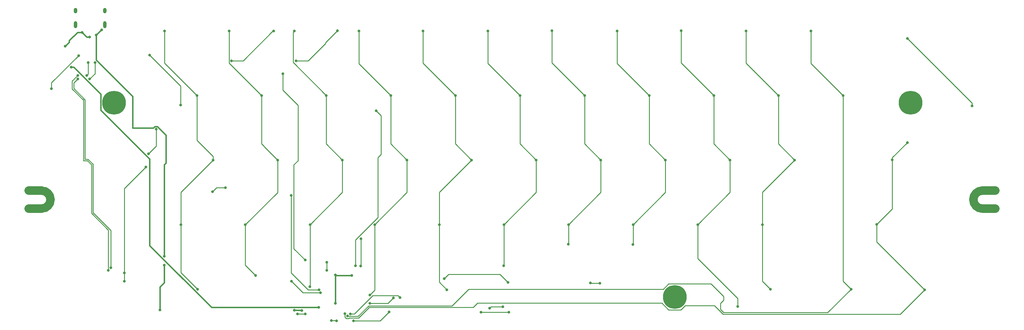
<source format=gbr>
%TF.GenerationSoftware,KiCad,Pcbnew,(5.1.10)-1*%
%TF.CreationDate,2021-07-03T15:19:39+09:00*%
%TF.ProjectId,pcb,7063622e-6b69-4636-9164-5f7063625858,rev?*%
%TF.SameCoordinates,Original*%
%TF.FileFunction,Copper,L1,Top*%
%TF.FilePolarity,Positive*%
%FSLAX46Y46*%
G04 Gerber Fmt 4.6, Leading zero omitted, Abs format (unit mm)*
G04 Created by KiCad (PCBNEW (5.1.10)-1) date 2021-07-03 15:19:39*
%MOMM*%
%LPD*%
G01*
G04 APERTURE LIST*
%TA.AperFunction,EtchedComponent*%
%ADD10C,2.501900*%
%TD*%
%TA.AperFunction,ComponentPad*%
%ADD11C,1.000000*%
%TD*%
%TA.AperFunction,ComponentPad*%
%ADD12C,7.000240*%
%TD*%
%TA.AperFunction,ComponentPad*%
%ADD13C,7.001300*%
%TD*%
%TA.AperFunction,ComponentPad*%
%ADD14O,1.000000X2.100000*%
%TD*%
%TA.AperFunction,ComponentPad*%
%ADD15O,1.000000X1.600000*%
%TD*%
%TA.AperFunction,ViaPad*%
%ADD16C,0.800000*%
%TD*%
%TA.AperFunction,Conductor*%
%ADD17C,0.381000*%
%TD*%
%TA.AperFunction,Conductor*%
%ADD18C,0.250000*%
%TD*%
G04 APERTURE END LIST*
D10*
%TO.C,REF\u002A\u002A*%
X305451000Y-77923050D02*
X309251000Y-77923050D01*
X305451000Y-83224950D02*
X309301000Y-83224950D01*
X24251000Y-83224950D02*
X28051000Y-83224950D01*
X24251000Y-77923050D02*
X28051000Y-77923050D01*
X28051000Y-83224950D02*
G75*
G03*
X30701950Y-80574000I0J2650950D01*
G01*
X30701950Y-80574000D02*
G75*
G03*
X28051000Y-77923050I-2650950J0D01*
G01*
X302800050Y-80574000D02*
G75*
G02*
X305451000Y-77923050I2650950J0D01*
G01*
X305451000Y-83224950D02*
G75*
G02*
X302800050Y-80574000I0J2650950D01*
G01*
%TD*%
D11*
%TO.P,REF\u002A\u002A,1*%
%TO.N,N/C*%
X303612522Y-82412478D03*
X305451000Y-83174000D03*
X307493035Y-83174000D03*
X307493035Y-77974000D03*
X305451000Y-77974000D03*
X303612522Y-78735522D03*
X302851000Y-80574000D03*
X26008965Y-83174000D03*
X26008965Y-77974000D03*
X29889478Y-82412478D03*
X29889478Y-78735522D03*
X28051000Y-83174000D03*
X28051000Y-77974000D03*
X30651000Y-80574000D03*
X215951000Y-111574000D03*
X213551000Y-111574000D03*
X213551000Y-106974000D03*
X215951000Y-106974000D03*
X214751000Y-111574000D03*
X214751000Y-106974000D03*
X285501000Y-49657000D03*
X283101000Y-49674000D03*
X283101000Y-54274000D03*
X285501000Y-54274000D03*
X284301000Y-54274000D03*
X284301000Y-49674000D03*
X51077346Y-53600346D03*
X47824654Y-53600346D03*
X51077346Y-50347654D03*
X47824654Y-50347654D03*
X49451000Y-54274000D03*
X51751000Y-51974000D03*
X47151000Y-51974000D03*
X49451000Y-49674000D03*
D12*
X284301000Y-51974000D03*
X214751000Y-109274000D03*
D13*
X49451000Y-51974000D03*
%TD*%
D14*
%TO.P,USB1,13*%
%TO.N,GND*%
X38098000Y-29005000D03*
X46738000Y-29005000D03*
D15*
X38098000Y-24825000D03*
X46738000Y-24825000D03*
%TD*%
D16*
%TO.N,GND*%
X45768002Y-30463499D03*
X44164000Y-32013500D03*
X64235997Y-97308003D03*
X64262000Y-99949000D03*
X62992000Y-113157000D03*
X102597259Y-113201741D03*
X104775000Y-113284000D03*
%TO.N,+5V*%
X114712750Y-102806500D03*
X119538750Y-102933500D03*
X114680500Y-111156250D03*
X36830000Y-41475001D03*
X109759750Y-112392500D03*
%TO.N,row0*%
X99187000Y-43434000D03*
X105791000Y-98425000D03*
X112141000Y-99060000D03*
X112141000Y-101473000D03*
%TO.N,row1*%
X126713750Y-54323750D03*
X120650000Y-100106248D03*
%TO.N,row2*%
X101662500Y-79375000D03*
X109855000Y-107188000D03*
%TO.N,row3*%
X122237500Y-92137500D03*
X122174000Y-100203000D03*
%TO.N,Net-(D12-Pad2)*%
X82296000Y-77089000D03*
X78486000Y-78232000D03*
%TO.N,Net-(D15-Pad2)*%
X84074000Y-39624000D03*
X96520000Y-30861000D03*
%TO.N,Net-(D19-Pad2)*%
X115316000Y-30734000D03*
X103124000Y-39624000D03*
%TO.N,VCC*%
X42213999Y-32639000D03*
X40005000Y-31242000D03*
X35031161Y-35302147D03*
%TO.N,col0*%
X38989000Y-38100000D03*
X30988000Y-47879000D03*
X103505000Y-114300000D03*
X105791000Y-114300000D03*
X113478268Y-116276282D03*
X115025000Y-116332000D03*
%TO.N,col1*%
X59944000Y-37973000D03*
X69088000Y-52705000D03*
X61849000Y-59817000D03*
X59563000Y-67056000D03*
X58801000Y-70993000D03*
X52451000Y-104648000D03*
X52451000Y-102198000D03*
X101727000Y-104648000D03*
X110302214Y-108082429D03*
%TO.N,col2*%
X74041000Y-107061000D03*
X69115000Y-87947500D03*
X78640000Y-68897500D03*
X73877500Y-49847500D03*
X64352500Y-30797500D03*
%TO.N,col3*%
X88138000Y-88011000D03*
X97690000Y-68897500D03*
X92927500Y-49847500D03*
X83402500Y-30797500D03*
X91186000Y-102923000D03*
%TO.N,col4*%
X102616000Y-30861000D03*
X111977500Y-49847500D03*
X116740000Y-68897500D03*
X107215000Y-87947500D03*
X107188000Y-106262000D03*
%TO.N,col5*%
X121666000Y-30861000D03*
X131027500Y-49847500D03*
X135790000Y-68897500D03*
X126265000Y-87947500D03*
X124841000Y-108712000D03*
%TO.N,col6*%
X147574000Y-107188000D03*
X145315000Y-87947500D03*
X154840000Y-68897500D03*
X150077500Y-49847500D03*
X140552500Y-30797500D03*
%TO.N,col7*%
X159639000Y-30861000D03*
X169127500Y-49847500D03*
X173890000Y-68897500D03*
X164365000Y-87947500D03*
X164338000Y-100076000D03*
%TO.N,col8*%
X178562000Y-30734000D03*
X188177500Y-49847500D03*
X192940000Y-68897500D03*
X183415000Y-87947500D03*
X183388000Y-93726000D03*
X131826000Y-109601000D03*
X124841000Y-111215000D03*
%TO.N,col9*%
X197739000Y-30861000D03*
X207227500Y-49847500D03*
X211990000Y-68897500D03*
X202465000Y-87947500D03*
X202438000Y-93853000D03*
X164025153Y-112199847D03*
X160147000Y-112649000D03*
%TO.N,col10*%
X216662000Y-30734000D03*
X226277500Y-49847500D03*
X231040000Y-68897500D03*
X221515000Y-87947500D03*
X233303750Y-112077500D03*
X165862000Y-113792000D03*
X157607000Y-113792000D03*
X130497153Y-113723847D03*
X120015000Y-116332000D03*
%TO.N,col11*%
X242951000Y-107061000D03*
X240565000Y-87947500D03*
X250090000Y-68897500D03*
X245327500Y-49847500D03*
X235802500Y-30797500D03*
X192659000Y-105283000D03*
X189865000Y-105156000D03*
X165608000Y-105029000D03*
X146812000Y-103886000D03*
X133731000Y-109474000D03*
X119126000Y-114300000D03*
%TO.N,col12*%
X254889000Y-30861000D03*
X264377500Y-49847500D03*
X266758750Y-106997500D03*
X118237000Y-114935000D03*
%TO.N,col13*%
X288417000Y-107188000D03*
X274320000Y-87884000D03*
X278892000Y-68834000D03*
X283337000Y-63754000D03*
X302387000Y-52959000D03*
X283337000Y-33020000D03*
X117475000Y-114206252D03*
%TO.N,D-*%
X41783000Y-40132000D03*
X41402000Y-43942000D03*
X38735000Y-43942000D03*
X47752000Y-101473000D03*
%TO.N,D+*%
X48477000Y-100640949D03*
X38747651Y-44954654D03*
X42248689Y-45000311D03*
X43815000Y-40155500D03*
%TD*%
D17*
%TO.N,GND*%
X45714001Y-30463499D02*
X44164000Y-32013500D01*
X45768002Y-30463499D02*
X45714001Y-30463499D01*
X64755501Y-69804941D02*
X64235997Y-70324445D01*
X62228441Y-59026499D02*
X64755501Y-61553559D01*
X64755501Y-61553559D02*
X64755501Y-69804941D01*
X61469559Y-59026499D02*
X62228441Y-59026499D01*
X64235997Y-70324445D02*
X64235997Y-97308003D01*
X61058499Y-59437559D02*
X61469559Y-59026499D01*
X54891161Y-59437559D02*
X61058499Y-59437559D01*
X54891161Y-50092160D02*
X54891161Y-59437559D01*
X44164000Y-39364999D02*
X54891161Y-50092160D01*
X44164000Y-32013500D02*
X44164000Y-39364999D01*
X62992000Y-106334692D02*
X62992000Y-113157000D01*
X64262000Y-105064692D02*
X62992000Y-106334692D01*
X64262000Y-99949000D02*
X64262000Y-105064692D01*
X104692741Y-113201741D02*
X104775000Y-113284000D01*
X102597259Y-113201741D02*
X104692741Y-113201741D01*
%TO.N,+5V*%
X114839750Y-102933500D02*
X114712750Y-102806500D01*
X119538750Y-102933500D02*
X114839750Y-102933500D01*
X114712750Y-111124000D02*
X114680500Y-111156250D01*
X114712750Y-102806500D02*
X114712750Y-111124000D01*
X78202558Y-112392500D02*
X109759750Y-112392500D01*
X59942441Y-94132383D02*
X78202558Y-112392500D01*
X59942441Y-68605383D02*
X59942441Y-94132383D01*
X45559849Y-54222791D02*
X59942441Y-68605383D01*
X45559849Y-49429407D02*
X45559849Y-54222791D01*
X37605443Y-41475001D02*
X45559849Y-49429407D01*
X36830000Y-41475001D02*
X37605443Y-41475001D01*
D18*
%TO.N,row0*%
X102456099Y-95090099D02*
X105791000Y-98425000D01*
X102456099Y-70324427D02*
X102456099Y-95090099D01*
X103661927Y-69118599D02*
X102456099Y-70324427D01*
X103661927Y-52732929D02*
X103661927Y-69118599D01*
X99187000Y-48258002D02*
X103661927Y-52732929D01*
X99187000Y-43434000D02*
X99187000Y-48258002D01*
X112141000Y-99060000D02*
X112141000Y-100965000D01*
X112141000Y-100965000D02*
X112141000Y-101473000D01*
%TO.N,row1*%
X120650000Y-92489498D02*
X120650000Y-100106248D01*
X127241001Y-68182501D02*
X127241001Y-85898497D01*
X127241001Y-85898497D02*
X120650000Y-92489498D01*
X128190001Y-67233501D02*
X127241001Y-68182501D01*
X128190001Y-55800001D02*
X128190001Y-67233501D01*
X126713750Y-54323750D02*
X128190001Y-55800001D01*
%TO.N,row2*%
X106680328Y-107188000D02*
X109855000Y-107188000D01*
X101662500Y-102170172D02*
X106680328Y-107188000D01*
X101662500Y-79375000D02*
X101662500Y-102170172D01*
%TO.N,row3*%
X122237500Y-100139500D02*
X122174000Y-100203000D01*
X122237500Y-92137500D02*
X122237500Y-100139500D01*
%TO.N,Net-(D12-Pad2)*%
X79629000Y-77089000D02*
X78486000Y-78232000D01*
X82296000Y-77089000D02*
X79629000Y-77089000D01*
%TO.N,Net-(D15-Pad2)*%
X96267998Y-30861000D02*
X96520000Y-30861000D01*
X87504998Y-39624000D02*
X96267998Y-30861000D01*
X84074000Y-39624000D02*
X87504998Y-39624000D01*
%TO.N,Net-(D19-Pad2)*%
X106682974Y-39624000D02*
X103124000Y-39624000D01*
X111856401Y-34450573D02*
X106682974Y-39624000D01*
X111856401Y-34193599D02*
X111856401Y-34450573D01*
X115316000Y-30734000D02*
X111856401Y-34193599D01*
D17*
%TO.N,VCC*%
X41402000Y-32639000D02*
X40005000Y-31242000D01*
X42213999Y-32639000D02*
X41402000Y-32639000D01*
X36240059Y-34093249D02*
X35031161Y-35302147D01*
X36240059Y-33641999D02*
X36240059Y-34093249D01*
X38640058Y-31242000D02*
X36240059Y-33641999D01*
X40005000Y-31242000D02*
X38640058Y-31242000D01*
D18*
%TO.N,col0*%
X30988000Y-46101000D02*
X30988000Y-47879000D01*
X38989000Y-38100000D02*
X30988000Y-46101000D01*
X103505000Y-114300000D02*
X105791000Y-114300000D01*
X114969282Y-116276282D02*
X115025000Y-116332000D01*
X113478268Y-116276282D02*
X114969282Y-116276282D01*
%TO.N,col1*%
X69088000Y-47117000D02*
X69088000Y-52705000D01*
X59944000Y-37973000D02*
X69088000Y-47117000D01*
X61849000Y-64770000D02*
X59563000Y-67056000D01*
X61849000Y-59817000D02*
X61849000Y-64770000D01*
X58801000Y-70993000D02*
X52451000Y-77343000D01*
X52451000Y-102235000D02*
X52451000Y-102198000D01*
X52451000Y-77343000D02*
X52451000Y-102235000D01*
X52451000Y-102235000D02*
X52451000Y-104648000D01*
X105161429Y-108082429D02*
X110302214Y-108082429D01*
X101727000Y-104648000D02*
X105161429Y-108082429D01*
%TO.N,col2*%
X69115000Y-102135000D02*
X69115000Y-87947500D01*
X74041000Y-107061000D02*
X69115000Y-102135000D01*
X69115000Y-78422500D02*
X78640000Y-68897500D01*
X69115000Y-87947500D02*
X69115000Y-78422500D01*
X78640000Y-68897500D02*
X78640000Y-67845000D01*
X73877500Y-63082500D02*
X73877500Y-49847500D01*
X78640000Y-67845000D02*
X73877500Y-63082500D01*
X64352500Y-40322500D02*
X64352500Y-30797500D01*
X73877500Y-49847500D02*
X64352500Y-40322500D01*
%TO.N,col3*%
X97690000Y-78459000D02*
X97690000Y-68897500D01*
X88138000Y-88011000D02*
X97690000Y-78459000D01*
X93732499Y-64939999D02*
X93732499Y-64903499D01*
X97690000Y-68897500D02*
X93732499Y-64939999D01*
X92927500Y-64098500D02*
X92927500Y-49847500D01*
X93732499Y-64903499D02*
X92927500Y-64098500D01*
X83348999Y-30851001D02*
X83402500Y-30797500D01*
X83348999Y-40268999D02*
X83348999Y-30851001D01*
X92927500Y-49847500D02*
X83348999Y-40268999D01*
X88138000Y-99875000D02*
X91186000Y-102923000D01*
X88138000Y-88011000D02*
X88138000Y-99875000D01*
%TO.N,col4*%
X102216001Y-40086001D02*
X111977500Y-49847500D01*
X102216001Y-31260999D02*
X102216001Y-40086001D01*
X102616000Y-30861000D02*
X102216001Y-31260999D01*
X111977500Y-64135000D02*
X116740000Y-68897500D01*
X111977500Y-49847500D02*
X111977500Y-64135000D01*
X116740000Y-78422500D02*
X107215000Y-87947500D01*
X116740000Y-68897500D02*
X116740000Y-78422500D01*
X107215000Y-106235000D02*
X107188000Y-106262000D01*
X107215000Y-87947500D02*
X107215000Y-106235000D01*
%TO.N,col5*%
X121666000Y-40486000D02*
X131027500Y-49847500D01*
X121666000Y-30861000D02*
X121666000Y-40486000D01*
X131027500Y-64135000D02*
X135790000Y-68897500D01*
X131027500Y-49847500D02*
X131027500Y-64135000D01*
X135790000Y-78422500D02*
X126265000Y-87947500D01*
X135790000Y-68897500D02*
X135790000Y-78422500D01*
X126265000Y-107288000D02*
X124841000Y-108712000D01*
X126265000Y-87947500D02*
X126265000Y-107288000D01*
%TO.N,col6*%
X145315000Y-104929000D02*
X145315000Y-87947500D01*
X147574000Y-107188000D02*
X145315000Y-104929000D01*
X145315000Y-78422500D02*
X154840000Y-68897500D01*
X145315000Y-87947500D02*
X145315000Y-78422500D01*
X150077500Y-64135000D02*
X150077500Y-49847500D01*
X154840000Y-68897500D02*
X150077500Y-64135000D01*
X140552500Y-40322500D02*
X140552500Y-30797500D01*
X150077500Y-49847500D02*
X140552500Y-40322500D01*
%TO.N,col7*%
X159639000Y-40359000D02*
X169127500Y-49847500D01*
X159639000Y-30861000D02*
X159639000Y-40359000D01*
X169127500Y-64135000D02*
X173890000Y-68897500D01*
X169127500Y-49847500D02*
X169127500Y-64135000D01*
X173890000Y-78422500D02*
X164365000Y-87947500D01*
X173890000Y-68897500D02*
X173890000Y-78422500D01*
X164365000Y-100049000D02*
X164338000Y-100076000D01*
X164365000Y-87947500D02*
X164365000Y-100049000D01*
%TO.N,col8*%
X178562000Y-40232000D02*
X188177500Y-49847500D01*
X178562000Y-30734000D02*
X178562000Y-40232000D01*
X188177500Y-64135000D02*
X192940000Y-68897500D01*
X188177500Y-49847500D02*
X188177500Y-64135000D01*
X192940000Y-78422500D02*
X183415000Y-87947500D01*
X192940000Y-68897500D02*
X192940000Y-78422500D01*
X183415000Y-93699000D02*
X183388000Y-93726000D01*
X183415000Y-87947500D02*
X183415000Y-93699000D01*
X130212000Y-111215000D02*
X124841000Y-111215000D01*
X131826000Y-109601000D02*
X130212000Y-111215000D01*
%TO.N,col9*%
X197739000Y-40359000D02*
X207227500Y-49847500D01*
X197739000Y-30861000D02*
X197739000Y-40359000D01*
X207227500Y-64135000D02*
X211990000Y-68897500D01*
X207227500Y-49847500D02*
X207227500Y-64135000D01*
X211990000Y-78422500D02*
X202465000Y-87947500D01*
X211990000Y-68897500D02*
X211990000Y-78422500D01*
X202465000Y-93826000D02*
X202438000Y-93853000D01*
X202465000Y-87947500D02*
X202465000Y-93826000D01*
X160596153Y-112199847D02*
X160147000Y-112649000D01*
X164025153Y-112199847D02*
X160596153Y-112199847D01*
%TO.N,col10*%
X216662000Y-40232000D02*
X226277500Y-49847500D01*
X216662000Y-30734000D02*
X216662000Y-40232000D01*
X226277500Y-64135000D02*
X231040000Y-68897500D01*
X226277500Y-49847500D02*
X226277500Y-64135000D01*
X231040000Y-78422500D02*
X221515000Y-87947500D01*
X231040000Y-68897500D02*
X231040000Y-78422500D01*
X221515000Y-97977748D02*
X233303750Y-109766498D01*
X233303750Y-109766498D02*
X233303750Y-112077500D01*
X221515000Y-87947500D02*
X221515000Y-97977748D01*
X165862000Y-113792000D02*
X157607000Y-113792000D01*
X127889000Y-116332000D02*
X120015000Y-116332000D01*
X130497153Y-113723847D02*
X127889000Y-116332000D01*
%TO.N,col11*%
X240565000Y-104675000D02*
X240565000Y-87947500D01*
X242951000Y-107061000D02*
X240565000Y-104675000D01*
X240565000Y-78422500D02*
X250090000Y-68897500D01*
X240565000Y-87947500D02*
X240565000Y-78422500D01*
X245327500Y-64135000D02*
X245327500Y-49847500D01*
X250090000Y-68897500D02*
X245327500Y-64135000D01*
X235802500Y-40322500D02*
X235802500Y-30797500D01*
X245327500Y-49847500D02*
X235802500Y-40322500D01*
X192659000Y-105283000D02*
X189992000Y-105283000D01*
X148065501Y-102632499D02*
X146812000Y-103886000D01*
X163211499Y-102632499D02*
X148065501Y-102632499D01*
X165608000Y-105029000D02*
X163211499Y-102632499D01*
X120326002Y-114300000D02*
X119126000Y-114300000D01*
X125750003Y-108875999D02*
X120326002Y-114300000D01*
X133132999Y-108875999D02*
X125750003Y-108875999D01*
X133731000Y-109474000D02*
X133132999Y-108875999D01*
%TO.N,col12*%
X254889000Y-40359000D02*
X264377500Y-49847500D01*
X254889000Y-30861000D02*
X254889000Y-40359000D01*
X264377500Y-104616250D02*
X266758750Y-106997500D01*
X264377500Y-49847500D02*
X264377500Y-104616250D01*
X118327001Y-115025001D02*
X118237000Y-114935000D01*
X121407999Y-115025001D02*
X118327001Y-115025001D01*
X212914941Y-105448879D02*
X211366320Y-106997500D01*
X259853749Y-113902501D02*
X229152749Y-113902501D01*
X229152749Y-109167501D02*
X225434127Y-105448879D01*
X266758750Y-106997500D02*
X259853749Y-113902501D01*
X228203749Y-112953501D02*
X228203749Y-111201499D01*
X228203749Y-111201499D02*
X229152749Y-110252499D01*
X229152749Y-113902501D02*
X228203749Y-112953501D01*
X211366320Y-106997500D02*
X154017252Y-106997500D01*
X225434127Y-105448879D02*
X212914941Y-105448879D01*
X154017252Y-106997500D02*
X149074751Y-111940001D01*
X124492999Y-111940001D02*
X121407999Y-115025001D01*
X229152749Y-110252499D02*
X229152749Y-109167501D01*
X149074751Y-111940001D02*
X124492999Y-111940001D01*
%TO.N,col13*%
X274320000Y-93091000D02*
X274320000Y-87884000D01*
X288417000Y-107188000D02*
X274320000Y-93091000D01*
X278892000Y-83312000D02*
X278892000Y-68834000D01*
X274320000Y-87884000D02*
X278892000Y-83312000D01*
X278892000Y-68199000D02*
X283337000Y-63754000D01*
X278892000Y-68834000D02*
X278892000Y-68199000D01*
X302387000Y-52070000D02*
X283337000Y-33020000D01*
X302387000Y-52959000D02*
X302387000Y-52070000D01*
X117475000Y-115246002D02*
X117475000Y-114206252D01*
X117888999Y-115660001D02*
X117475000Y-115246002D01*
X281252490Y-114352510D02*
X228966348Y-114352510D01*
X228966348Y-114352510D02*
X226470239Y-111856401D01*
X212914941Y-113099121D02*
X210925879Y-111110059D01*
X217829779Y-111856401D02*
X216587059Y-113099121D01*
X155360713Y-112390011D02*
X124679399Y-112390011D01*
X288417000Y-107188000D02*
X281252490Y-114352510D01*
X216587059Y-113099121D02*
X212914941Y-113099121D01*
X210925879Y-111110059D02*
X156640665Y-111110059D01*
X156640665Y-111110059D02*
X155360713Y-112390011D01*
X124679399Y-112390011D02*
X121594399Y-115475011D01*
X118585001Y-115660001D02*
X117888999Y-115660001D01*
X226470239Y-111856401D02*
X217829779Y-111856401D01*
X121594399Y-115475011D02*
X118769991Y-115475011D01*
X118769991Y-115475011D02*
X118585001Y-115660001D01*
%TO.N,D-*%
X41783000Y-43561000D02*
X41402000Y-43942000D01*
X41783000Y-40132000D02*
X41783000Y-43561000D01*
X38735000Y-43942000D02*
X37084000Y-45593000D01*
X40418901Y-51274427D02*
X40418901Y-56609099D01*
X37084000Y-47939526D02*
X40418901Y-51274427D01*
X37084000Y-45593000D02*
X37084000Y-47939526D01*
X40418901Y-69055099D02*
X40386000Y-69088000D01*
X40418901Y-56609099D02*
X40418901Y-69055099D01*
X42800151Y-70324427D02*
X42800151Y-78103849D01*
X41563724Y-69088000D02*
X42800151Y-70324427D01*
X40386000Y-69088000D02*
X41563724Y-69088000D01*
X42800151Y-84611927D02*
X47752000Y-89563776D01*
X42800151Y-78103849D02*
X42800151Y-84611927D01*
X47752000Y-89563776D02*
X47752000Y-101473000D01*
%TO.N,D+*%
X48477000Y-100640949D02*
X48477000Y-89652366D01*
X48477000Y-89652366D02*
X48202009Y-89377375D01*
X43250160Y-70138026D02*
X41750124Y-68637990D01*
X43250161Y-84425527D02*
X43250160Y-70138026D01*
X48202009Y-89377375D02*
X43250161Y-84425527D01*
X41750124Y-68637990D02*
X40894000Y-68637990D01*
X40894000Y-68637990D02*
X40894000Y-51113116D01*
X40894000Y-51113116D02*
X37534010Y-47753126D01*
X37534010Y-46168295D02*
X38747651Y-44954654D01*
X37534010Y-47753126D02*
X37534010Y-46168295D01*
X43815000Y-43434000D02*
X43815000Y-40155500D01*
X42248689Y-45000311D02*
X43815000Y-43434000D01*
%TD*%
M02*

</source>
